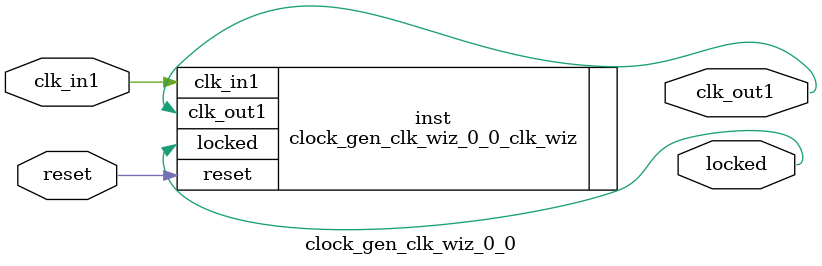
<source format=v>


`timescale 1ps/1ps

(* CORE_GENERATION_INFO = "clock_gen_clk_wiz_0_0,clk_wiz_v6_0_4_0_0,{component_name=clock_gen_clk_wiz_0_0,use_phase_alignment=true,use_min_o_jitter=false,use_max_i_jitter=false,use_dyn_phase_shift=false,use_inclk_switchover=false,use_dyn_reconfig=false,enable_axi=0,feedback_source=FDBK_AUTO,PRIMITIVE=MMCM,num_out_clk=1,clkin1_period=10.000,clkin2_period=10.000,use_power_down=false,use_reset=true,use_locked=true,use_inclk_stopped=false,feedback_type=SINGLE,CLOCK_MGR_TYPE=NA,manual_override=false}" *)

module clock_gen_clk_wiz_0_0 
 (
  // Clock out ports
  output        clk_out1,
  // Status and control signals
  input         reset,
  output        locked,
 // Clock in ports
  input         clk_in1
 );

  clock_gen_clk_wiz_0_0_clk_wiz inst
  (
  // Clock out ports  
  .clk_out1(clk_out1),
  // Status and control signals               
  .reset(reset), 
  .locked(locked),
 // Clock in ports
  .clk_in1(clk_in1)
  );

endmodule

</source>
